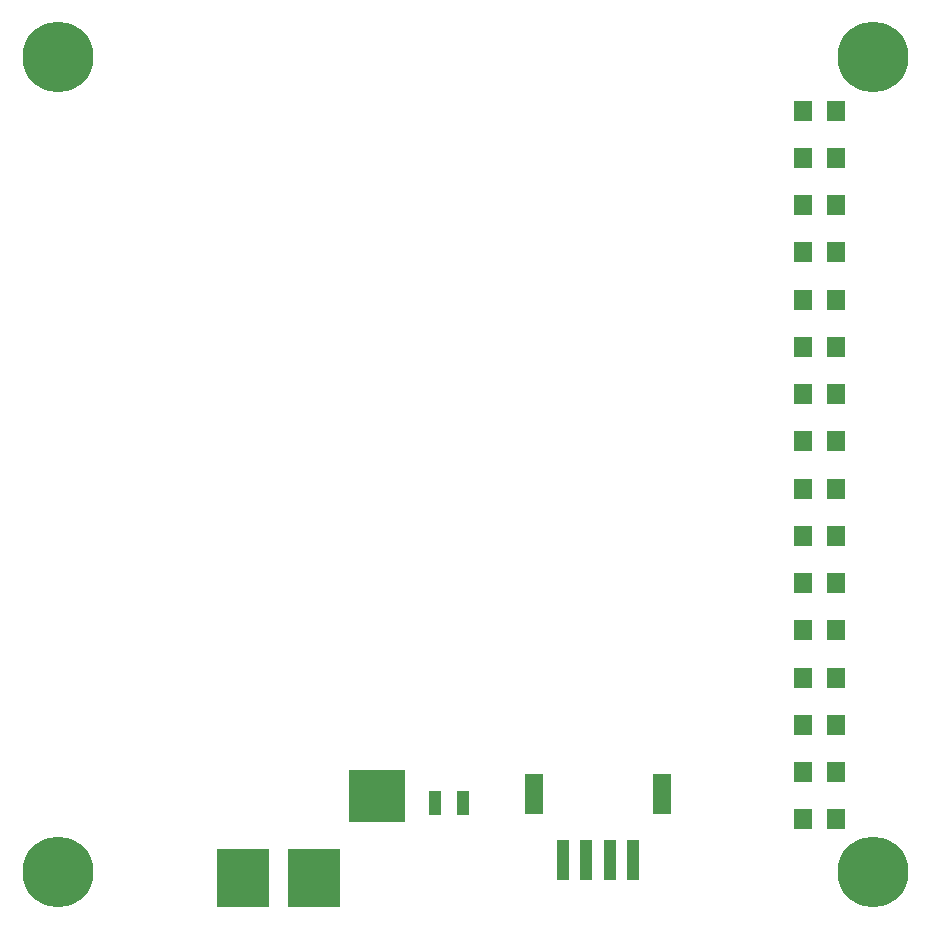
<source format=gbr>
G04 #@! TF.FileFunction,Soldermask,Bot*
%FSLAX46Y46*%
G04 Gerber Fmt 4.6, Leading zero omitted, Abs format (unit mm)*
G04 Created by KiCad (PCBNEW 4.0.7) date 05/12/18 12:12:21*
%MOMM*%
%LPD*%
G01*
G04 APERTURE LIST*
%ADD10C,0.100000*%
%ADD11C,6.000000*%
%ADD12R,1.600200X1.803400*%
%ADD13R,4.700000X4.500000*%
%ADD14R,4.500000X4.900000*%
%ADD15R,1.000000X3.500000*%
%ADD16R,1.600000X3.400000*%
%ADD17R,1.140460X2.029460*%
G04 APERTURE END LIST*
D10*
D11*
X100000000Y-100000000D03*
X100000000Y-169000000D03*
X169000000Y-169000000D03*
D12*
X163103000Y-164500000D03*
X165897000Y-164500000D03*
X163103000Y-160500000D03*
X165897000Y-160500000D03*
X163103000Y-156500000D03*
X165897000Y-156500000D03*
X163103000Y-152500000D03*
X165897000Y-152500000D03*
X163103000Y-148500000D03*
X165897000Y-148500000D03*
X163103000Y-144500000D03*
X165897000Y-144500000D03*
X163103000Y-140500000D03*
X165897000Y-140500000D03*
X163103000Y-136500000D03*
X165897000Y-136500000D03*
X163103000Y-132500000D03*
X165897000Y-132500000D03*
X163103000Y-128500000D03*
X165897000Y-128500000D03*
X163103000Y-124500000D03*
X165897000Y-124500000D03*
X163103000Y-120500000D03*
X165897000Y-120500000D03*
X163103000Y-116500000D03*
X165897000Y-116500000D03*
X163103000Y-112500000D03*
X165897000Y-112500000D03*
X163103000Y-108500000D03*
X165897000Y-108500000D03*
X163103000Y-104500000D03*
X165897000Y-104500000D03*
D13*
X127050000Y-162500000D03*
D14*
X121750000Y-169450000D03*
X115700000Y-169450000D03*
D11*
X169000000Y-100000000D03*
D15*
X142750000Y-167925000D03*
X144750000Y-167925000D03*
X146750000Y-167925000D03*
X148750000Y-167925000D03*
D16*
X140350000Y-162375000D03*
X151150000Y-162375000D03*
D17*
X134353960Y-163150000D03*
X131946040Y-163150000D03*
M02*

</source>
